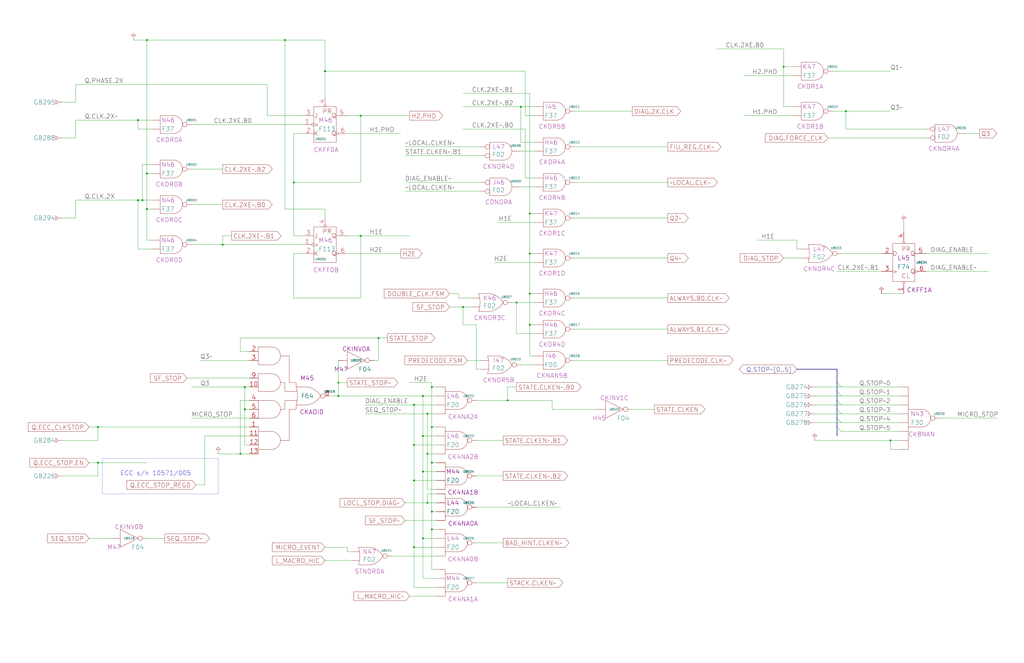
<source format=kicad_sch>
(kicad_sch (version 20250114) (generator "eeschema") (generator_version "9.0")
  (paper "User" 584.2 378.46)
  (title_block (title "CLOCK GENERATION") (date "22-MAY-90") (rev "1.0") (comment 1 "SEQUENCER") (comment 2 "232-003064") (comment 3 "S400") (comment 4 "RELEASED"))
  (lib_symbols
    (symbol "r1000:F00" (pin_numbers (hide yes)) (pin_names (hide yes))
      (property "Reference" "U" (at 15.24 0 0))
      (property "Value" "F00" (at 1.905 -5.08 0))
      (property "Location" "___" (at 1.905 0 0))
      (property "Name" "______" (at 2.54 -12.7 0))
      (symbol "F00_1_1"
        (pin input line (at -7.62 0 0) (length 5.08) (name "D0") (number "1"))
        (pin input line (at -7.62 -5.08 0) (length 5.08) (name "D1") (number "2"))
        (pin output line (at 15.24 -2.54 180) (length 2.54) (name "Q") (number "3"))
      )
      (symbol "F00_1_2"
        (pin input line (at -7.62 0 0) (length 2.54) (name "D0") (number "1"))
        (pin input line (at -7.62 -5.08 0) (length 2.54) (name "D1") (number "2"))
        (pin output line (at 15.24 -2.54 180) (length 5.08) (name "Q") (number "3"))
      )
    )
    (symbol "r1000:F02" (pin_numbers (hide yes)) (pin_names (hide yes))
      (property "Reference" "U" (at 12.16 0.635 0))
      (property "Value" "F02" (at -1.27 -4.445 0))
      (property "Location" "___" (at 2.54 0 0))
      (property "Name" "______" (at 2.54 -12.7 0))
      (symbol "F02_1_1"
        (pin input line (at -7.62 0 0) (length 2.54) (name "D0") (number "1"))
        (pin input line (at -7.62 -5.08 0) (length 2.54) (name "D1") (number "2"))
        (pin output line (at 15.24 -2.54 180) (length 1.27) (name "Q") (number "3"))
      )
      (symbol "F02_1_2"
        (pin input line (at -7.62 0 0) (length 2.54) (name "D0") (number "1"))
        (pin input line (at -7.62 -5.08 0) (length 2.54) (name "D1") (number "2"))
        (pin output line (at 15.24 -2.54 180) (length 2.54) (name "Q") (number "3"))
      )
    )
    (symbol "r1000:F04" (pin_numbers (hide yes)) (pin_names (hide yes))
      (property "Reference" "U" (at 0 0 0))
      (property "Value" "F04" (at 1.27 -5.08 0))
      (property "Location" "___" (at -12.7 -5.08 0))
      (property "Name" "______" (at 0 5.08 0))
      (symbol "F04_1_1"
        (pin input line (at -10.16 0 0) (length 2.54) (name "D0") (number "1"))
        (pin output line (at 10.16 0 180) (length 2.54) (name "Q") (number "2"))
      )
    )
    (symbol "r1000:F113" (pin_names (offset 1.016) (hide yes))
      (property "Reference" "U" (at 0 -10.795 0))
      (property "Value" "F113" (at -1.27 -5.08 0))
      (property "Location" "___" (at -1.27 0 0))
      (property "Name" "______" (at 3.175 -18.415 0))
      (symbol "F113_1_1"
        (text "J" (at -2.54 2.54 0) (effects (font (size 2.54 2.54))))
        (text ">" (at -2.54 -2.54 0) (effects (font (size 2.54 2.54))))
        (text "K" (at -2.54 -7.62 0) (effects (font (size 2.54 2.54))))
        (text "P" (at 2.54 5.08 0) (effects (font (size 2.54 2.54))))
        (text "R" (at 5.08 5.08 0) (effects (font (size 2.54 2.54))))
        (text "Q" (at 7.62 2.54 0) (effects (font (size 2.54 2.54))))
        (text "Q" (at 7.62 -7.62 0) (effects (font (size 2.54 2.54))))
        (pin input line (at -10.16 2.54 0) (length 6.35) (name "J") (number "3"))
        (pin input line (at -10.16 -2.54 0) (length 5.08) (name "CLK_") (number "1"))
        (pin input line (at -10.16 -7.62 0) (length 6.35) (name "K") (number "2"))
        (pin input line (at 2.54 12.7 270) (length 3.81) (name "PR_") (number "4"))
        (pin output line (at 15.24 2.54 180) (length 6.35) (name "Q") (number "5"))
        (pin output line (at 15.24 -7.62 180) (length 5.08) (name "Q_") (number "6"))
      )
    )
    (symbol "r1000:F20" (pin_numbers (hide yes)) (pin_names (hide yes))
      (property "Reference" "U" (at 8.255 2.54 0))
      (property "Value" "F20" (at -0.635 -2.54 0))
      (property "Location" "___" (at -0.635 2.54 0))
      (property "Name" "______" (at 5.08 -10.795 0))
      (symbol "F20_1_1"
        (pin input line (at -10.16 7.62 0) (length 5.08) (name "D0") (number "1"))
        (pin input line (at -10.16 2.54 0) (length 5.08) (name "D1") (number "2"))
        (pin input line (at -10.16 -2.54 0) (length 5.08) (name "D2") (number "4"))
        (pin input line (at -10.16 -7.62 0) (length 5.08) (name "D3") (number "5"))
        (pin output line (at 12.7 0 180) (length 2.54) (name "Q") (number "6"))
      )
      (symbol "F20_1_2"
        (pin input line (at -10.16 7.62 0) (length 1.27) (name "D0") (number "1"))
        (pin input line (at -10.16 2.54 0) (length 1.905) (name "D1") (number "2"))
        (pin input line (at -10.16 -2.54 0) (length 1.905) (name "D2") (number "4"))
        (pin input line (at -10.16 -7.62 0) (length 1.27) (name "D3") (number "5"))
        (pin output line (at 12.7 0 180) (length 5.08) (name "Q") (number "6"))
      )
    )
    (symbol "r1000:F30" (pin_numbers (hide yes)) (pin_names (hide yes))
      (property "Reference" "U" (at 15.24 2.54 0))
      (property "Value" "F30" (at 2.54 -2.54 0))
      (property "Location" "___" (at 2.54 2.54 0))
      (property "Name" "______" (at 5.08 -10.62 0))
      (symbol "F30_1_1"
        (pin input line (at -7.62 17.78 0) (length 5.08) (name "D0") (number "11"))
        (pin input line (at -7.62 12.7 0) (length 5.08) (name "D1") (number "12"))
        (pin input line (at -7.62 7.62 0) (length 5.08) (name "D2") (number "1"))
        (pin input line (at -7.62 2.54 0) (length 5.08) (name "D3") (number "2"))
        (pin input line (at -7.62 -2.54 0) (length 5.08) (name "D4") (number "3"))
        (pin input line (at -7.62 -7.62 0) (length 5.08) (name "D5") (number "4"))
        (pin input line (at -7.62 -12.7 0) (length 5.08) (name "D6") (number "5"))
        (pin input line (at -7.62 -17.78 0) (length 5.08) (name "D7") (number "6"))
        (pin output line (at 15.24 0 180) (length 2.54) (name "Q") (number "8"))
      )
    )
    (symbol "r1000:F37" (pin_numbers (hide yes)) (pin_names (offset 0) (hide yes))
      (property "Reference" "U" (at 15.24 0 0))
      (property "Value" "F37" (at 1.905 -5.08 0))
      (property "Location" "___" (at 1.905 0 0))
      (property "Name" "______" (at 2.54 -12.7 0))
      (symbol "F37_1_1"
        (pin input line (at -7.62 0 0) (length 5.08) (name "D0") (number "1"))
        (pin input line (at -7.62 -5.08 0) (length 5.08) (name "D1") (number "2"))
        (pin output line (at 15.24 -2.54 180) (length 2.54) (name "Q") (number "3"))
      )
      (symbol "F37_1_2"
        (pin input line (at -7.62 0 0) (length 2.54) (name "D0") (number "1"))
        (pin input line (at -7.62 -5.08 0) (length 2.54) (name "D1") (number "2"))
        (pin output line (at 15.24 -2.54 180) (length 5.08) (name "Q") (number "3"))
      )
    )
    (symbol "r1000:F64" (pin_names (hide yes))
      (property "Reference" "U" (at 15.24 2.54 0))
      (property "Value" "F64" (at 2.54 0 0))
      (property "Location" "___" (at 2.54 10.16 0))
      (property "Name" "______" (at 5.08 -10.62 0))
      (symbol "F64_1_1"
        (pin input line (at -30.48 25.4 0) (length 5.08) (name "A0") (number "2"))
        (pin input line (at -30.48 20.32 0) (length 5.08) (name "A1") (number "3"))
        (pin input line (at -30.48 10.16 0) (length 5.08) (name "B0") (number "9"))
        (pin input line (at -30.48 5.08 0) (length 5.08) (name "B1") (number "10"))
        (pin input line (at -30.48 -2.54 0) (length 5.08) (name "C0") (number "4"))
        (pin input line (at -30.48 -7.62 0) (length 5.08) (name "C1") (number "5"))
        (pin input line (at -30.48 -12.7 0) (length 5.08) (name "C2") (number "6"))
        (pin input line (at -30.48 -17.78 0) (length 5.08) (name "D0") (number "1"))
        (pin input line (at -30.48 -22.86 0) (length 5.08) (name "D1") (number "11"))
        (pin input line (at -30.48 -27.94 0) (length 5.08) (name "D2") (number "12"))
        (pin input line (at -30.48 -33.02 0) (length 5.08) (name "D3") (number "13"))
        (pin output line (at 15.24 0 180) (length 2.54) (name "Q") (number "8"))
      )
    )
    (symbol "r1000:F74" (pin_names (offset 1.016) (hide yes))
      (property "Reference" "U" (at 12.7 -2.54 0))
      (property "Value" "F74" (at -1.27 -5.08 0))
      (property "Location" "___" (at -1.27 0 0))
      (property "Name" "______" (at 11.43 -19.685 0))
      (symbol "F74_1_1"
        (text "D" (at -2.54 2.54 0) (effects (font (size 2.54 2.54))))
        (text ">" (at -2.54 -7.62 0) (effects (font (size 2.54 2.54))))
        (text "P" (at 2.54 5.08 0) (effects (font (size 2.54 2.54))))
        (text "C" (at 2.54 -10.16 0) (effects (font (size 2.54 2.54))))
        (text "R" (at 5.08 5.08 0) (effects (font (size 2.54 2.54))))
        (text "L" (at 5.08 -10.16 0) (effects (font (size 2.54 2.54))))
        (text "Q" (at 7.62 2.54 0) (effects (font (size 2.54 2.54))))
        (text "Q" (at 7.62 -7.62 0) (effects (font (size 2.54 2.54))))
        (pin input line (at -10.16 2.54 0) (length 6.35) (name "D") (number "2"))
        (pin input line (at -10.16 -7.62 0) (length 6.35) (name "CLK") (number "3"))
        (pin input line (at 2.54 15.24 270) (length 5.08) (name "PR_") (number "4"))
        (pin input line (at 2.54 -20.32 90) (length 5.08) (name "CL_") (number "1"))
        (pin output line (at 15.24 2.54 180) (length 6.35) (name "Q") (number "5"))
        (pin output line (at 15.24 -7.62 180) (length 5.08) (name "Q_") (number "6"))
      )
    )
    (symbol "r1000:GB" (pin_numbers (hide yes)) (pin_names (offset 0) (hide yes))
      (property "Reference" "GB" (at 3.81 0 0))
      (symbol "GB_1_1"
        (pin bidirectional line (at 0 0 0) (length 2.54) (name "") (number "1"))
      )
    )
    (symbol "r1000:PU" (power) (pin_numbers (hide yes)) (pin_names (hide yes))
      (symbol "PU_1_1"
        (pin power_in line (at 0 0 90) (length 2.54) (name "PU") (number "1"))
      )
    )
  )
  (text "ECC s/n 10571/005" (at 68.58 271.78 0) (effects (font (size 2.54 2.54)) (justify left bottom)))
  (junction (at 297.18 60.96))
  (junction (at 236.22 312.42))
  (junction (at 162.56 22.86))
  (junction (at 302.26 185.42))
  (junction (at 193.04 226.06))
  (junction (at 246.38 243.84))
  (junction (at 215.9 193.04))
  (junction (at 83.82 99.06))
  (junction (at 289.56 228.6))
  (junction (at 302.26 144.78))
  (junction (at 302.26 121.92))
  (junction (at 137.16 259.08))
  (junction (at 236.22 231.14))
  (junction (at 243.84 259.08))
  (junction (at 193.04 218.44))
  (junction (at 447.04 38.1))
  (junction (at 205.74 134.62))
  (junction (at 185.42 40.64))
  (junction (at 236.22 254))
  (junction (at 167.64 104.14))
  (junction (at 264.16 175.26))
  (junction (at 139.7 220.98))
  (junction (at 55.88 264.16))
  (junction (at 83.82 119.38))
  (junction (at 55.88 243.84))
  (junction (at 246.38 264.16))
  (junction (at 246.38 302.26))
  (junction (at 246.38 220.98))
  (junction (at 83.82 22.86))
  (junction (at 241.3 226.06))
  (junction (at 294.64 172.72))
  (junction (at 241.3 307.34))
  (junction (at 241.3 269.24))
  (junction (at 243.84 287.02))
  (junction (at 81.28 114.3))
  (junction (at 246.38 292.1))
  (junction (at 241.3 248.92))
  (junction (at 127 139.7))
  (junction (at 243.84 236.22))
  (junction (at 508 251.46))
  (junction (at 482.6 63.5))
  (junction (at 302.26 167.64))
  (junction (at 78.74 68.58))
  (junction (at 139.7 233.68))
  (junction (at 236.22 274.32))
  (junction (at 205.74 66.04))
  (junction (at 78.74 114.3))
  (bus_entry (at 477.52 228.6) (size 2.54 2.54))
  (bus_entry (at 477.52 223.52) (size 2.54 2.54))
  (bus_entry (at 477.52 218.44) (size 2.54 2.54))
  (bus_entry (at 477.52 238.76) (size 2.54 2.54))
  (bus_entry (at 477.52 243.84) (size 2.54 2.54))
  (bus_entry (at 477.52 233.68) (size 2.54 2.54))
  (wire (pts (xy 114.3 205.74) (xy 142.24 205.74)))
  (wire (pts (xy 528.32 154.94) (xy 563.88 154.94)))
  (wire (pts (xy 162.56 22.86) (xy 185.42 22.86)))
  (wire (pts (xy 83.82 119.38) (xy 83.82 137.16)))
  (wire (pts (xy 193.04 218.44) (xy 198.12 218.44)))
  (bus (pts (xy 477.52 210.82) (xy 477.52 218.44)))
  (wire (pts (xy 55.88 264.16) (xy 83.82 264.16)))
  (wire (pts (xy 271.78 210.82) (xy 274.32 210.82)))
  (wire (pts (xy 360.68 233.68) (xy 373.38 233.68)))
  (wire (pts (xy 213.36 205.74) (xy 215.9 205.74)))
  (wire (pts (xy 424.18 43.18) (xy 452.12 43.18)))
  (wire (pts (xy 109.22 96.52) (xy 127 96.52)))
  (wire (pts (xy 302.26 167.64) (xy 302.26 185.42)))
  (wire (pts (xy 198.12 314.96) (xy 200.66 314.96)))
  (wire (pts (xy 327.66 187.96) (xy 381 187.96)))
  (wire (pts (xy 327.66 170.18) (xy 381 170.18)))
  (wire (pts (xy 256.54 167.64) (xy 261.62 167.64)))
  (wire (pts (xy 327.66 147.32) (xy 381 147.32)))
  (wire (pts (xy 302.26 144.78) (xy 302.26 167.64)))
  (wire (pts (xy 299.72 66.04) (xy 304.8 66.04)))
  (wire (pts (xy 205.74 66.04) (xy 205.74 104.14)))
  (bus (pts (xy 477.52 223.52) (xy 477.52 228.6)))
  (wire (pts (xy 246.38 218.44) (xy 246.38 220.98)))
  (wire (pts (xy 246.38 264.16) (xy 248.92 264.16)))
  (wire (pts (xy 208.28 231.14) (xy 236.22 231.14)))
  (wire (pts (xy 297.18 86.36) (xy 304.8 86.36)))
  (wire (pts (xy 185.42 320.04) (xy 200.66 320.04)))
  (wire (pts (xy 271.78 332.74) (xy 289.56 332.74)))
  (wire (pts (xy 78.74 114.3) (xy 78.74 142.24)))
  (wire (pts (xy 223.52 317.5) (xy 248.92 317.5)))
  (wire (pts (xy 43.18 48.26) (xy 152.4 48.26)))
  (wire (pts (xy 256.54 175.26) (xy 264.16 175.26)))
  (wire (pts (xy 551.18 76.2) (xy 558.8 76.2)))
  (polyline (pts (xy 58.42 261.62) (xy 124.46 261.62)) (stroke (width 0.0243)))
  (wire (pts (xy 457.2 142.24) (xy 454.66 142.24)))
  (wire (pts (xy 261.62 167.64) (xy 261.62 170.18)))
  (wire (pts (xy 302.26 185.42) (xy 302.26 203.2)))
  (wire (pts (xy 137.16 259.08) (xy 142.24 259.08)))
  (wire (pts (xy 474.98 63.5) (xy 482.6 63.5)))
  (polyline (pts (xy 58.42 261.62) (xy 58.42 281.94)) (stroke (width 0.0243)))
  (wire (pts (xy 193.04 226.06) (xy 241.3 226.06)))
  (wire (pts (xy 246.38 302.26) (xy 246.38 325.12)))
  (wire (pts (xy 424.18 66.04) (xy 452.12 66.04)))
  (wire (pts (xy 243.84 259.08) (xy 248.92 259.08)))
  (wire (pts (xy 447.04 38.1) (xy 447.04 27.94)))
  (wire (pts (xy 231.14 88.9) (xy 274.32 88.9)))
  (wire (pts (xy 477.52 154.94) (xy 502.92 154.94)))
  (wire (pts (xy 304.8 81.28) (xy 297.18 81.28)))
  (bus (pts (xy 477.52 233.68) (xy 477.52 238.76)))
  (wire (pts (xy 264.16 60.96) (xy 297.18 60.96)))
  (wire (pts (xy 241.3 226.06) (xy 241.3 248.92)))
  (wire (pts (xy 264.16 73.66) (xy 299.72 73.66)))
  (wire (pts (xy 231.14 104.14) (xy 274.32 104.14)))
  (wire (pts (xy 43.18 124.46) (xy 43.18 114.3)))
  (wire (pts (xy 314.96 228.6) (xy 314.96 233.68)))
  (wire (pts (xy 83.82 99.06) (xy 83.82 119.38)))
  (wire (pts (xy 241.3 307.34) (xy 241.3 330.2)))
  (bus (pts (xy 477.52 238.76) (xy 477.52 243.84)))
  (wire (pts (xy 480.06 241.3) (xy 513.08 241.3)))
  (wire (pts (xy 482.6 73.66) (xy 528.32 73.66)))
  (wire (pts (xy 302.26 53.34) (xy 302.26 121.92)))
  (wire (pts (xy 78.74 142.24) (xy 86.36 142.24)))
  (wire (pts (xy 50.8 264.16) (xy 55.88 264.16)))
  (wire (pts (xy 528.32 144.78) (xy 563.88 144.78)))
  (wire (pts (xy 243.84 281.94) (xy 248.92 281.94)))
  (wire (pts (xy 294.64 190.5) (xy 294.64 172.72)))
  (wire (pts (xy 185.42 40.64) (xy 185.42 55.88)))
  (wire (pts (xy 167.64 144.78) (xy 172.72 144.78)))
  (wire (pts (xy 480.06 226.06) (xy 513.08 226.06)))
  (wire (pts (xy 241.3 330.2) (xy 248.92 330.2)))
  (wire (pts (xy 281.94 149.86) (xy 304.8 149.86)))
  (wire (pts (xy 215.9 193.04) (xy 220.98 193.04)))
  (wire (pts (xy 233.68 218.44) (xy 246.38 218.44)))
  (wire (pts (xy 55.88 271.78) (xy 55.88 264.16)))
  (wire (pts (xy 35.56 271.78) (xy 55.88 271.78)))
  (wire (pts (xy 464.82 251.46) (xy 508 251.46)))
  (wire (pts (xy 246.38 292.1) (xy 246.38 302.26)))
  (wire (pts (xy 116.84 276.86) (xy 116.84 248.92)))
  (wire (pts (xy 241.3 269.24) (xy 241.3 307.34)))
  (wire (pts (xy 271.78 228.6) (xy 289.56 228.6)))
  (wire (pts (xy 109.22 139.7) (xy 127 139.7)))
  (wire (pts (xy 78.74 73.66) (xy 78.74 68.58)))
  (wire (pts (xy 243.84 259.08) (xy 243.84 279.4)))
  (wire (pts (xy 246.38 264.16) (xy 246.38 292.1)))
  (wire (pts (xy 43.18 78.74) (xy 43.18 68.58)))
  (wire (pts (xy 246.38 302.26) (xy 248.92 302.26)))
  (bus (pts (xy 454.66 210.82) (xy 477.52 210.82)))
  (wire (pts (xy 187.96 226.06) (xy 193.04 226.06)))
  (wire (pts (xy 236.22 254) (xy 236.22 274.32)))
  (wire (pts (xy 193.04 205.74) (xy 193.04 218.44)))
  (wire (pts (xy 185.42 22.86) (xy 185.42 40.64)))
  (wire (pts (xy 137.16 200.66) (xy 142.24 200.66)))
  (wire (pts (xy 480.06 231.14) (xy 513.08 231.14)))
  (wire (pts (xy 241.3 248.92) (xy 241.3 269.24)))
  (wire (pts (xy 271.78 185.42) (xy 271.78 210.82)))
  (wire (pts (xy 111.76 276.86) (xy 116.84 276.86)))
  (wire (pts (xy 482.6 63.5) (xy 508 63.5)))
  (wire (pts (xy 482.6 63.5) (xy 482.6 73.66)))
  (wire (pts (xy 193.04 218.44) (xy 193.04 226.06)))
  (wire (pts (xy 43.18 114.3) (xy 78.74 114.3)))
  (wire (pts (xy 302.26 144.78) (xy 304.8 144.78)))
  (wire (pts (xy 185.42 40.64) (xy 299.72 40.64)))
  (wire (pts (xy 474.98 40.64) (xy 508 40.64)))
  (wire (pts (xy 508 251.46) (xy 513.08 251.46)))
  (wire (pts (xy 83.82 119.38) (xy 86.36 119.38)))
  (wire (pts (xy 480.06 246.38) (xy 513.08 246.38)))
  (wire (pts (xy 215.9 205.74) (xy 215.9 193.04)))
  (wire (pts (xy 231.14 297.18) (xy 248.92 297.18)))
  (wire (pts (xy 208.28 236.22) (xy 243.84 236.22)))
  (wire (pts (xy 243.84 236.22) (xy 243.84 259.08)))
  (wire (pts (xy 271.78 289.56) (xy 320.04 289.56)))
  (wire (pts (xy 327.66 63.5) (xy 360.68 63.5)))
  (wire (pts (xy 502.92 167.64) (xy 515.62 167.64)))
  (polyline (pts (xy 124.46 281.94) (xy 58.42 281.94)) (stroke (width 0.0243)))
  (wire (pts (xy 116.84 248.92) (xy 142.24 248.92)))
  (wire (pts (xy 289.56 228.6) (xy 314.96 228.6)))
  (wire (pts (xy 167.64 170.18) (xy 167.64 144.78)))
  (wire (pts (xy 78.74 73.66) (xy 86.36 73.66)))
  (wire (pts (xy 299.72 40.64) (xy 299.72 66.04)))
  (wire (pts (xy 35.56 78.74) (xy 43.18 78.74)))
  (wire (pts (xy 246.38 220.98) (xy 246.38 243.84)))
  (wire (pts (xy 299.72 101.6) (xy 304.8 101.6)))
  (wire (pts (xy 83.82 22.86) (xy 83.82 99.06)))
  (wire (pts (xy 464.82 236.22) (xy 480.06 236.22)))
  (wire (pts (xy 109.22 238.76) (xy 142.24 238.76)))
  (wire (pts (xy 81.28 93.98) (xy 81.28 114.3)))
  (wire (pts (xy 35.56 124.46) (xy 43.18 124.46)))
  (wire (pts (xy 205.74 170.18) (xy 167.64 170.18)))
  (wire (pts (xy 172.72 76.2) (xy 167.64 76.2)))
  (wire (pts (xy 472.44 78.74) (xy 528.32 78.74)))
  (wire (pts (xy 246.38 220.98) (xy 248.92 220.98)))
  (wire (pts (xy 78.74 68.58) (xy 86.36 68.58)))
  (wire (pts (xy 302.26 167.64) (xy 304.8 167.64)))
  (wire (pts (xy 205.74 134.62) (xy 205.74 170.18)))
  (wire (pts (xy 236.22 254) (xy 248.92 254)))
  (wire (pts (xy 302.26 121.92) (xy 302.26 144.78)))
  (wire (pts (xy 246.38 292.1) (xy 248.92 292.1)))
  (wire (pts (xy 241.3 269.24) (xy 248.92 269.24)))
  (wire (pts (xy 464.82 220.98) (xy 480.06 220.98)))
  (wire (pts (xy 264.16 185.42) (xy 271.78 185.42)))
  (wire (pts (xy 81.28 114.3) (xy 86.36 114.3)))
  (wire (pts (xy 515.62 127) (xy 515.62 132.08)))
  (wire (pts (xy 264.16 175.26) (xy 264.16 185.42)))
  (wire (pts (xy 137.16 228.6) (xy 142.24 228.6)))
  (wire (pts (xy 327.66 83.82) (xy 381 83.82)))
  (wire (pts (xy 152.4 66.04) (xy 172.72 66.04)))
  (wire (pts (xy 508 251.46) (xy 508 256.54)))
  (wire (pts (xy 271.78 309.88) (xy 287.02 309.88)))
  (wire (pts (xy 205.74 66.04) (xy 233.68 66.04)))
  (wire (pts (xy 109.22 220.98) (xy 139.7 220.98)))
  (wire (pts (xy 231.14 83.82) (xy 274.32 83.82)))
  (wire (pts (xy 55.88 243.84) (xy 142.24 243.84)))
  (wire (pts (xy 139.7 220.98) (xy 142.24 220.98)))
  (wire (pts (xy 76.2 22.86) (xy 83.82 22.86)))
  (wire (pts (xy 480.06 144.78) (xy 502.92 144.78)))
  (wire (pts (xy 464.82 241.3) (xy 480.06 241.3)))
  (wire (pts (xy 297.18 106.68) (xy 304.8 106.68)))
  (wire (pts (xy 261.62 170.18) (xy 269.24 170.18)))
  (wire (pts (xy 162.56 22.86) (xy 162.56 119.38)))
  (wire (pts (xy 271.78 271.78) (xy 287.02 271.78)))
  (wire (pts (xy 447.04 147.32) (xy 457.2 147.32)))
  (wire (pts (xy 198.12 134.62) (xy 205.74 134.62)))
  (wire (pts (xy 508 256.54) (xy 513.08 256.54)))
  (wire (pts (xy 198.12 144.78) (xy 228.6 144.78)))
  (wire (pts (xy 35.56 58.42) (xy 43.18 58.42)))
  (polyline (pts (xy 124.46 261.62) (xy 124.46 281.94)) (stroke (width 0.0243)))
  (wire (pts (xy 139.7 233.68) (xy 142.24 233.68)))
  (wire (pts (xy 447.04 38.1) (xy 452.12 38.1)))
  (wire (pts (xy 246.38 243.84) (xy 246.38 264.16)))
  (wire (pts (xy 83.82 22.86) (xy 162.56 22.86)))
  (wire (pts (xy 236.22 231.14) (xy 248.92 231.14)))
  (wire (pts (xy 124.46 259.08) (xy 137.16 259.08)))
  (wire (pts (xy 294.64 172.72) (xy 304.8 172.72)))
  (wire (pts (xy 314.96 233.68) (xy 340.36 233.68)))
  (wire (pts (xy 137.16 200.66) (xy 137.16 193.04)))
  (wire (pts (xy 50.8 307.34) (xy 63.5 307.34)))
  (wire (pts (xy 266.7 205.74) (xy 274.32 205.74)))
  (wire (pts (xy 137.16 193.04) (xy 215.9 193.04)))
  (bus (pts (xy 477.52 218.44) (xy 477.52 223.52)))
  (wire (pts (xy 83.82 137.16) (xy 86.36 137.16)))
  (wire (pts (xy 167.64 104.14) (xy 167.64 134.62)))
  (wire (pts (xy 243.84 236.22) (xy 248.92 236.22)))
  (wire (pts (xy 243.84 287.02) (xy 248.92 287.02)))
  (wire (pts (xy 236.22 274.32) (xy 248.92 274.32)))
  (wire (pts (xy 167.64 76.2) (xy 167.64 104.14)))
  (wire (pts (xy 43.18 68.58) (xy 78.74 68.58)))
  (wire (pts (xy 297.18 81.28) (xy 297.18 60.96)))
  (wire (pts (xy 294.64 220.98) (xy 289.56 220.98)))
  (wire (pts (xy 292.1 172.72) (xy 294.64 172.72)))
  (wire (pts (xy 55.88 251.46) (xy 55.88 243.84)))
  (wire (pts (xy 408.94 27.94) (xy 447.04 27.94)))
  (wire (pts (xy 454.66 142.24) (xy 454.66 137.16)))
  (wire (pts (xy 236.22 335.28) (xy 248.92 335.28)))
  (wire (pts (xy 106.68 215.9) (xy 142.24 215.9)))
  (wire (pts (xy 535.94 238.76) (xy 568.96 238.76)))
  (wire (pts (xy 185.42 312.42) (xy 198.12 312.42)))
  (wire (pts (xy 431.8 137.16) (xy 454.66 137.16)))
  (wire (pts (xy 198.12 66.04) (xy 205.74 66.04)))
  (wire (pts (xy 327.66 104.14) (xy 381 104.14)))
  (wire (pts (xy 302.26 203.2) (xy 304.8 203.2)))
  (wire (pts (xy 167.64 104.14) (xy 205.74 104.14)))
  (wire (pts (xy 304.8 190.5) (xy 294.64 190.5)))
  (bus (pts (xy 477.52 228.6) (xy 477.52 233.68)))
  (wire (pts (xy 271.78 251.46) (xy 287.02 251.46)))
  (wire (pts (xy 233.68 340.36) (xy 248.92 340.36)))
  (wire (pts (xy 302.26 185.42) (xy 304.8 185.42)))
  (wire (pts (xy 78.74 114.3) (xy 81.28 114.3)))
  (wire (pts (xy 246.38 325.12) (xy 248.92 325.12)))
  (wire (pts (xy 43.18 58.42) (xy 43.18 48.26)))
  (wire (pts (xy 167.64 134.62) (xy 172.72 134.62)))
  (wire (pts (xy 246.38 243.84) (xy 248.92 243.84)))
  (wire (pts (xy 137.16 259.08) (xy 137.16 228.6)))
  (wire (pts (xy 109.22 71.12) (xy 172.72 71.12)))
  (wire (pts (xy 299.72 73.66) (xy 299.72 101.6)))
  (wire (pts (xy 243.84 281.94) (xy 243.84 287.02)))
  (wire (pts (xy 241.3 226.06) (xy 248.92 226.06)))
  (wire (pts (xy 447.04 60.96) (xy 447.04 38.1)))
  (wire (pts (xy 139.7 233.68) (xy 139.7 254)))
  (wire (pts (xy 152.4 48.26) (xy 152.4 66.04)))
  (wire (pts (xy 50.8 243.84) (xy 55.88 243.84)))
  (wire (pts (xy 241.3 307.34) (xy 248.92 307.34)))
  (wire (pts (xy 127 134.62) (xy 127 139.7)))
  (wire (pts (xy 480.06 220.98) (xy 513.08 220.98)))
  (wire (pts (xy 86.36 93.98) (xy 81.28 93.98)))
  (wire (pts (xy 302.26 121.92) (xy 304.8 121.92)))
  (wire (pts (xy 241.3 248.92) (xy 248.92 248.92)))
  (wire (pts (xy 289.56 220.98) (xy 289.56 228.6)))
  (wire (pts (xy 236.22 231.14) (xy 236.22 254)))
  (wire (pts (xy 243.84 279.4) (xy 248.92 279.4)))
  (wire (pts (xy 127 139.7) (xy 172.72 139.7)))
  (wire (pts (xy 198.12 312.42) (xy 198.12 314.96)))
  (wire (pts (xy 284.48 127) (xy 304.8 127)))
  (bus (pts (xy 477.52 243.84) (xy 477.52 248.92)))
  (wire (pts (xy 452.12 60.96) (xy 447.04 60.96)))
  (wire (pts (xy 297.18 60.96) (xy 304.8 60.96)))
  (wire (pts (xy 185.42 119.38) (xy 185.42 124.46)))
  (wire (pts (xy 198.12 76.2) (xy 228.6 76.2)))
  (wire (pts (xy 205.74 134.62) (xy 233.68 134.62)))
  (wire (pts (xy 236.22 312.42) (xy 236.22 335.28)))
  (wire (pts (xy 264.16 53.34) (xy 302.26 53.34)))
  (wire (pts (xy 480.06 236.22) (xy 513.08 236.22)))
  (wire (pts (xy 35.56 251.46) (xy 55.88 251.46)))
  (wire (pts (xy 83.82 99.06) (xy 86.36 99.06)))
  (wire (pts (xy 327.66 124.46) (xy 381 124.46)))
  (wire (pts (xy 264.16 175.26) (xy 269.24 175.26)))
  (wire (pts (xy 139.7 220.98) (xy 139.7 233.68)))
  (wire (pts (xy 236.22 312.42) (xy 248.92 312.42)))
  (wire (pts (xy 464.82 231.14) (xy 480.06 231.14)))
  (wire (pts (xy 162.56 119.38) (xy 185.42 119.38)))
  (wire (pts (xy 83.82 307.34) (xy 93.98 307.34)))
  (wire (pts (xy 231.14 287.02) (xy 243.84 287.02)))
  (wire (pts (xy 109.22 116.84) (xy 127 116.84)))
  (wire (pts (xy 231.14 109.22) (xy 274.32 109.22)))
  (wire (pts (xy 139.7 254) (xy 142.24 254)))
  (wire (pts (xy 327.66 205.74) (xy 381 205.74)))
  (wire (pts (xy 464.82 226.06) (xy 480.06 226.06)))
  (wire (pts (xy 297.18 208.28) (xy 304.8 208.28)))
  (wire (pts (xy 236.22 274.32) (xy 236.22 312.42)))
  (wire (pts (xy 132.08 134.62) (xy 127 134.62)))
  (label "~LOCAL.CLKEN~" (at 231.14 83.82 0) (effects (font (size 2.54 2.54))))
  (label "MICRO_STOP" (at 546.1 238.76 0) (effects (font (size 2.54 2.54))))
  (label "SEQ_STOP~" (at 208.28 236.22 0) (effects (font (size 2.54 2.54))))
  (label "Q1~" (at 508 40.64 0) (effects (font (size 2.54 2.54))))
  (label "DIAG_ENABLE" (at 208.28 231.14 0) (effects (font (size 2.54 2.54))))
  (label "Q.STOP~5" (at 490.22 246.38 0) (effects (font (size 2.54 2.54))))
  (label "Q3~" (at 114.3 205.74 0) (effects (font (size 2.54 2.54))))
  (label "H2E" (at 236.22 218.44 0) (effects (font (size 2.54 2.54))))
  (label "CLK.2XE~.B1" (at 269.24 53.34 0) (effects (font (size 2.54 2.54))))
  (label "H2E" (at 281.94 149.86 0) (effects (font (size 2.54 2.54))))
  (label "CLK.2XE~.B1" (at 477.7715 154.94 0) (effects (font (size 2.54 2.54))))
  (label "STATE.CLKEN~.B1" (at 231.14 88.9 0) (effects (font (size 2.54 2.54))))
  (label "CLK.2XE~.B0" (at 269.24 73.66 0) (effects (font (size 2.54 2.54))))
  (label "Q3~" (at 508 63.5 0) (effects (font (size 2.54 2.54))))
  (label "~LOCAL.CLKEN~" (at 231.14 109.22 0) (effects (font (size 2.54 2.54))))
  (label "Q.CLK.2X" (at 48.26 114.3 0) (effects (font (size 2.54 2.54))))
  (label "Q.STOP~0" (at 490.22 220.98 0) (effects (font (size 2.54 2.54))))
  (label "CLK.2XE.B0" (at 121.92 71.12 0) (effects (font (size 2.54 2.54))))
  (label "Q.STOP~4" (at 490.22 241.3 0) (effects (font (size 2.54 2.54))))
  (label "DIAG_ENABLE~" (at 231.14 104.14 0) (effects (font (size 2.54 2.54))))
  (label "Q.CLK.2X~" (at 48.26 68.58 0) (effects (font (size 2.54 2.54))))
  (label "H1.PHD" (at 210.82 76.2 0) (effects (font (size 2.54 2.54))))
  (label "CLK.2XE~.B2" (at 269.24 60.96 0) (effects (font (size 2.54 2.54))))
  (label "~LOCAL.CLKEN~" (at 289.56 289.56 0) (effects (font (size 2.54 2.54))))
  (label "H1E" (at 210.82 134.62 0) (effects (font (size 2.54 2.54))))
  (label "H2.PHD" (at 429.26 43.18 0) (effects (font (size 2.54 2.54))))
  (label "H1E" (at 434.34 137.16 0) (effects (font (size 2.54 2.54))))
  (label "Q.STOP~2" (at 490.22 231.14 0) (effects (font (size 2.54 2.54))))
  (label "MICRO_STOP" (at 109.22 238.76 0) (effects (font (size 2.54 2.54))))
  (label "H1E" (at 284.48 127 0) (effects (font (size 2.54 2.54))))
  (label "H2E" (at 210.82 144.78 0) (effects (font (size 2.54 2.54))))
  (label "CLK.2XE.B0" (at 414.02 27.94 0) (effects (font (size 2.54 2.54))))
  (label "Q.STOP~3" (at 490.22 236.22 0) (effects (font (size 2.54 2.54))))
  (label "H1.PHD" (at 429.26 66.04 0) (effects (font (size 2.54 2.54))))
  (label "DIAG_ENABLE" (at 530.86 144.78 0) (effects (font (size 2.54 2.54))))
  (label "DIAG_ENABLE~" (at 530.86 154.94 0) (effects (font (size 2.54 2.54))))
  (label "Q.STOP~1" (at 490.22 226.06 0) (effects (font (size 2.54 2.54))))
  (label "Q3" (at 114.3 220.98 0) (effects (font (size 2.54 2.54))))
  (label "Q.PHASE.2X" (at 48.26 48.26 0) (effects (font (size 2.54 2.54))))
  (global_label "SEQ_STOP" (shape input) (at 50.8 307.34 180) (effects (font (size 2.54 2.54))) (property "Intersheetrefs" "${INTERSHEET_REFS}" (at 27.1054 307.1813 0) (effects (font (size 1.905 1.905)) (justify right))))
  (global_label "SEQ_STOP~" (shape output) (at 93.98 307.34 0) (effects (font (size 2.54 2.54))) (property "Intersheetrefs" "${INTERSHEET_REFS}" (at 119.4889 307.1813 0) (effects (font (size 1.905 1.905)) (justify left))))
  (global_label "Q.STOP~[0..5]" (shape bidirectional) (at 454.66 210.82 180) (effects (font (size 2.54 2.54))) (property "Intersheetrefs" "${INTERSHEET_REFS}" (at 423.9502 210.6613 0) (effects (font (size 1.905 1.905)) (justify right))))
  (global_label "PREDECODE.FSM" (shape input) (at 266.7 205.74 180) (effects (font (size 2.54 2.54))) (property "Intersheetrefs" "${INTERSHEET_REFS}" (at 230.9102 205.5813 0) (effects (font (size 1.905 1.905)) (justify right))))
  (global_label "STATE.CLKEN~.B1" (shape output) (at 287.02 251.46 0) (effects (font (size 2.54 2.54))) (property "Intersheetrefs" "${INTERSHEET_REFS}" (at 323.8984 251.3013 0) (effects (font (size 1.905 1.905)) (justify left))))
  (global_label "H2.PHD" (shape output) (at 233.68 66.04 0) (effects (font (size 2.54 2.54))) (property "Intersheetrefs" "${INTERSHEET_REFS}" (at 252.5365 65.8813 0) (effects (font (size 1.905 1.905)) (justify left))))
  (global_label "DIAG.2X.CLK" (shape output) (at 360.68 63.5 0) (effects (font (size 2.54 2.54))) (property "Intersheetrefs" "${INTERSHEET_REFS}" (at 388.366 63.3413 0) (effects (font (size 1.905 1.905)) (justify left))))
  (global_label "L_MACRO_HIC" (shape input) (at 185.42 320.04 180) (effects (font (size 2.54 2.54))) (property "Intersheetrefs" "${INTERSHEET_REFS}" (at 155.4359 319.8813 0) (effects (font (size 1.905 1.905)) (justify right))))
  (global_label "DIAG.FORCE_CLK" (shape input) (at 472.44 78.74 180) (effects (font (size 2.54 2.54))) (property "Intersheetrefs" "${INTERSHEET_REFS}" (at 436.6502 78.5813 0) (effects (font (size 1.905 1.905)) (justify right))))
  (global_label "SF_STOP" (shape input) (at 106.68 215.9 180) (effects (font (size 2.54 2.54))) (property "Intersheetrefs" "${INTERSHEET_REFS}" (at 85.7673 215.7413 0) (effects (font (size 1.905 1.905)) (justify right))))
  (global_label "Q.ECC_STOP.EN" (shape input) (at 50.8 264.16 180) (effects (font (size 2.54 2.54))) (property "Intersheetrefs" "${INTERSHEET_REFS}" (at 17.0664 264.0013 0) (effects (font (size 1.905 1.905)) (justify right))))
  (global_label "Q.ECC_CLKSTOP" (shape input) (at 50.8 243.84 180) (effects (font (size 2.54 2.54))) (property "Intersheetrefs" "${INTERSHEET_REFS}" (at 15.7178 243.6813 0) (effects (font (size 1.905 1.905)) (justify right))))
  (global_label "CLK.2XE~.B2" (shape output) (at 127 96.52 0) (effects (font (size 2.54 2.54))) (property "Intersheetrefs" "${INTERSHEET_REFS}" (at 155.2908 96.3613 0) (effects (font (size 1.905 1.905)) (justify left))))
  (global_label "ALWAYS.B0.CLK~" (shape output) (at 381 170.18 0) (effects (font (size 2.54 2.54))) (property "Intersheetrefs" "${INTERSHEET_REFS}" (at 416.0641 170.0213 0) (effects (font (size 1.905 1.905)) (justify left))))
  (global_label "STATE.CLKEN~.B0" (shape output) (at 294.64 220.98 0) (effects (font (size 2.54 2.54))) (property "Intersheetrefs" "${INTERSHEET_REFS}" (at 331.5184 220.8213 0) (effects (font (size 1.905 1.905)) (justify left))))
  (global_label "Q4~" (shape output) (at 381 147.32 0) (effects (font (size 2.54 2.54))) (property "Intersheetrefs" "${INTERSHEET_REFS}" (at 392.7203 147.1613 0) (effects (font (size 1.905 1.905)) (justify left))))
  (global_label "BAD_HINT.CLKEN~" (shape output) (at 287.02 309.88 0) (effects (font (size 2.54 2.54))) (property "Intersheetrefs" "${INTERSHEET_REFS}" (at 324.6241 309.7213 0) (effects (font (size 1.905 1.905)) (justify left))))
  (global_label "MICRO_EVENT" (shape input) (at 185.42 312.42 180) (effects (font (size 2.54 2.54))) (property "Intersheetrefs" "${INTERSHEET_REFS}" (at 155.4359 312.2613 0) (effects (font (size 1.905 1.905)) (justify right))))
  (global_label "FIU_REG.CLK~" (shape output) (at 381 83.82 0) (effects (font (size 2.54 2.54))) (property "Intersheetrefs" "${INTERSHEET_REFS}" (at 411.347 83.6613 0) (effects (font (size 1.905 1.905)) (justify left))))
  (global_label "DIAG_STOP" (shape input) (at 447.04 147.32 180) (effects (font (size 2.54 2.54))) (property "Intersheetrefs" "${INTERSHEET_REFS}" (at 422.2569 147.1613 0) (effects (font (size 1.905 1.905)) (justify right))))
  (global_label "Q.ECC_STOP_REGD" (shape input) (at 111.76 276.86 180) (effects (font (size 2.54 2.54))) (property "Intersheetrefs" "${INTERSHEET_REFS}" (at 71.9606 276.7013 0) (effects (font (size 1.905 1.905)) (justify right))))
  (global_label "SF_STOP" (shape input) (at 256.54 175.26 180) (effects (font (size 2.54 2.54))) (property "Intersheetrefs" "${INTERSHEET_REFS}" (at 235.6273 175.1013 0) (effects (font (size 1.905 1.905)) (justify right))))
  (global_label "CLK.2XE~.B0" (shape output) (at 127 116.84 0) (effects (font (size 2.54 2.54))) (property "Intersheetrefs" "${INTERSHEET_REFS}" (at 155.2908 116.6813 0) (effects (font (size 1.905 1.905)) (justify left))))
  (global_label "DOUBLE_CLK.FSM" (shape input) (at 256.54 167.64 180) (effects (font (size 2.54 2.54))) (property "Intersheetrefs" "${INTERSHEET_REFS}" (at 219.1778 167.4813 0) (effects (font (size 1.905 1.905)) (justify right))))
  (global_label "LOCL_STOP.DIAG~" (shape input) (at 231.14 287.02 180) (effects (font (size 2.54 2.54))) (property "Intersheetrefs" "${INTERSHEET_REFS}" (at 194.0197 286.8613 0) (effects (font (size 1.905 1.905)) (justify right))))
  (global_label "STATE_STOP" (shape output) (at 220.98 193.04 0) (effects (font (size 2.54 2.54))) (property "Intersheetrefs" "${INTERSHEET_REFS}" (at 248.0612 192.8813 0) (effects (font (size 1.905 1.905)) (justify left))))
  (global_label "ALWAYS.B1.CLK~" (shape output) (at 381 187.96 0) (effects (font (size 2.54 2.54))) (property "Intersheetrefs" "${INTERSHEET_REFS}" (at 416.0641 187.8013 0) (effects (font (size 1.905 1.905)) (justify left))))
  (global_label "Q3" (shape output) (at 558.8 76.2 0) (effects (font (size 2.54 2.54))) (property "Intersheetrefs" "${INTERSHEET_REFS}" (at 568.706 76.0413 0) (effects (font (size 1.905 1.905)) (justify left))))
  (global_label "PREDECODE.CLK~" (shape output) (at 381 205.74 0) (effects (font (size 2.54 2.54))) (property "Intersheetrefs" "${INTERSHEET_REFS}" (at 418.2412 205.5813 0) (effects (font (size 1.905 1.905)) (justify left))))
  (global_label "STATE.CLKEN~.B2" (shape output) (at 287.02 271.78 0) (effects (font (size 2.54 2.54))) (property "Intersheetrefs" "${INTERSHEET_REFS}" (at 323.8984 271.6213 0) (effects (font (size 1.905 1.905)) (justify left))))
  (global_label "STATE_STOP~" (shape output) (at 198.12 218.44 0) (effects (font (size 2.54 2.54))) (property "Intersheetrefs" "${INTERSHEET_REFS}" (at 227.0155 218.2813 0) (effects (font (size 1.905 1.905)) (justify left))))
  (global_label "CLK.2XE~.B1" (shape output) (at 132.08 134.62 0) (effects (font (size 2.54 2.54))) (property "Intersheetrefs" "${INTERSHEET_REFS}" (at 160.3708 134.4613 0) (effects (font (size 1.905 1.905)) (justify left))))
  (global_label "STACK.CLKEN~" (shape output) (at 289.56 332.74 0) (effects (font (size 2.54 2.54))) (property "Intersheetrefs" "${INTERSHEET_REFS}" (at 321.1165 332.5813 0) (effects (font (size 1.905 1.905)) (justify left))))
  (global_label "Q2~" (shape output) (at 381 124.46 0) (effects (font (size 2.54 2.54))) (property "Intersheetrefs" "${INTERSHEET_REFS}" (at 392.7203 124.3013 0) (effects (font (size 1.905 1.905)) (justify left))))
  (global_label "L_MACRO_HIC~" (shape input) (at 233.68 340.36 180) (effects (font (size 2.54 2.54))) (property "Intersheetrefs" "${INTERSHEET_REFS}" (at 201.8816 340.2013 0) (effects (font (size 1.905 1.905)) (justify right))))
  (global_label "SF_STOP~" (shape input) (at 231.14 297.18 180) (effects (font (size 2.54 2.54))) (property "Intersheetrefs" "${INTERSHEET_REFS}" (at 208.413 297.0213 0) (effects (font (size 1.905 1.905)) (justify right))))
  (global_label "~LOCAL.CLK~" (shape output) (at 381 104.14 0) (effects (font (size 2.54 2.54))) (property "Intersheetrefs" "${INTERSHEET_REFS}" (at 409.2908 103.9813 0) (effects (font (size 1.905 1.905)) (justify left))))
  (global_label "H2E" (shape output) (at 228.6 144.78 0) (effects (font (size 2.54 2.54))) (property "Intersheetrefs" "${INTERSHEET_REFS}" (at 240.8041 144.6213 0) (effects (font (size 1.905 1.905)) (justify left))))
  (global_label "STATE.CLKEN" (shape output) (at 373.38 233.68 0) (effects (font (size 2.54 2.54))) (property "Intersheetrefs" "${INTERSHEET_REFS}" (at 402.2755 233.5213 0) (effects (font (size 1.905 1.905)) (justify left))))
  (symbol (lib_id "r1000:PU") (at 464.82 251.46 0) (unit 1)
    (property "Reference" "#PWR08003" (effects (hide yes)))
    (property "Value" "PU" (effects (hide yes)))
  )
  (symbol (lib_id "r1000:F02") (at 281.94 104.14 0) (unit 1) (convert 2)
    (property "Reference" "U8009" (at 294.1 103.505 0))
    (property "Value" "F02" (at 280.67 108.585 0) (effects (font (size 2.54 2.54)) (justify left)))
    (property "Location" "J46" (at 284.48 104.14 0) (effects (font (size 2.54 2.54))))
    (property "Name" "CDNORA" (at 284.48 116.84 0) (effects (font (size 2.54 2.54)) (justify bottom)))
  )
  (symbol (lib_id "r1000:F64") (at 172.72 226.06 0) (unit 1)
    (property "Reference" "U8019" (at 187.96 223.52 0))
    (property "Value" "F64" (at 175.26 226.06 0) (effects (font (size 2.54 2.54))))
    (property "Location" "M45" (at 175.26 215.9 0) (effects (font (size 2.54 2.54))))
    (property "Name" "CKAOI0" (at 177.8 236.68 0) (effects (font (size 2.54 2.54)) (justify bottom)))
  )
  (symbol (lib_id "r1000:F04") (at 203.2 205.74 0) (unit 1)
    (property "Reference" "U8020" (at 203.2 205.74 0))
    (property "Value" "F04" (at 204.47 210.82 0) (effects (font (size 2.54 2.54)) (justify left)))
    (property "Location" "M47" (at 190.5 210.82 0) (effects (font (size 2.54 2.54)) (justify left)))
    (property "Name" "CKINV0A" (at 203.2 200.66 0) (effects (font (size 2.54 2.54)) (justify bottom)))
  )
  (symbol (lib_id "r1000:GB") (at 35.56 78.74 0) (mirror y) (unit 1)
    (property "Reference" "GB288" (at 31.75 78.74 0) (effects (font (size 2.54 2.54)) (justify left)))
    (property "Value" "GB" (effects (hide yes)))
  )
  (symbol (lib_id "r1000:F20") (at 259.08 309.88 0) (unit 1)
    (property "Reference" "U8026" (at 267.335 307.34 0))
    (property "Value" "F20" (at 258.445 312.42 0) (effects (font (size 2.54 2.54))))
    (property "Location" "L44" (at 258.445 307.34 0) (effects (font (size 2.54 2.54))))
    (property "Name" "CK4NA0B" (at 264.16 320.675 0) (effects (font (size 2.54 2.54)) (justify bottom)))
  )
  (symbol (lib_id "r1000:F37") (at 459.74 38.1 0) (unit 1)
    (property "Reference" "U8031" (at 474.98 38.1 0))
    (property "Value" "F37" (at 461.645 43.18 0) (effects (font (size 2.54 2.54))))
    (property "Location" "K47" (at 461.645 38.1 0) (effects (font (size 2.54 2.54))))
    (property "Name" "CKDR1A" (at 462.28 50.8 0) (effects (font (size 2.54 2.54)) (justify bottom)))
  )
  (symbol (lib_id "r1000:F02") (at 208.28 314.96 0) (unit 1)
    (property "Reference" "U8021" (at 220.44 314.325 0))
    (property "Value" "F02" (at 207.01 319.405 0) (effects (font (size 2.54 2.54)) (justify left)))
    (property "Location" "N47" (at 210.82 314.96 0) (effects (font (size 2.54 2.54))))
    (property "Name" "STNOR0A" (at 210.82 327.66 0) (effects (font (size 2.54 2.54)) (justify bottom)))
  )
  (symbol (lib_id "r1000:PU") (at 76.2 22.86 0) (unit 1)
    (property "Reference" "#PWR08001" (effects (hide yes)))
    (property "Value" "PU" (effects (hide yes)))
  )
  (symbol (lib_id "r1000:F37") (at 312.42 185.42 0) (unit 1)
    (property "Reference" "U8017" (at 327.66 185.42 0))
    (property "Value" "F37" (at 314.325 190.5 0) (effects (font (size 2.54 2.54))))
    (property "Location" "H46" (at 314.325 185.42 0) (effects (font (size 2.54 2.54))))
    (property "Name" "CKDR4D" (at 314.96 198.12 0) (effects (font (size 2.54 2.54)) (justify bottom)))
  )
  (symbol (lib_id "r1000:F20") (at 259.08 228.6 0) (unit 1)
    (property "Reference" "U8022" (at 267.335 226.06 0))
    (property "Value" "F20" (at 258.445 231.14 0) (effects (font (size 2.54 2.54))))
    (property "Location" "L46" (at 258.445 226.06 0) (effects (font (size 2.54 2.54))))
    (property "Name" "CK4NA2A" (at 264.16 239.395 0) (effects (font (size 2.54 2.54)) (justify bottom)))
  )
  (symbol (lib_id "r1000:GB") (at 35.56 58.42 0) (mirror y) (unit 1)
    (property "Reference" "GB295" (at 31.75 58.42 0) (effects (font (size 2.54 2.54)) (justify left)))
    (property "Value" "GB" (effects (hide yes)))
  )
  (symbol (lib_id "r1000:GB") (at 35.56 124.46 0) (mirror y) (unit 1)
    (property "Reference" "GB294" (at 31.75 124.46 0) (effects (font (size 2.54 2.54)) (justify left)))
    (property "Value" "GB" (effects (hide yes)))
  )
  (symbol (lib_id "r1000:GB") (at 35.56 251.46 0) (mirror y) (unit 1)
    (property "Reference" "GB284" (at 31.75 251.46 0) (effects (font (size 2.54 2.54)) (justify left)))
    (property "Value" "GB" (effects (hide yes)))
  )
  (symbol (lib_id "r1000:F74") (at 513.08 147.32 0) (unit 1)
    (property "Reference" "U8034" (at 525.78 149.86 0))
    (property "Value" "F74" (at 511.81 152.4 0) (effects (font (size 2.54 2.54)) (justify left)))
    (property "Location" "L45" (at 511.81 147.32 0) (effects (font (size 2.54 2.54)) (justify left)))
    (property "Name" "CKFF1A" (at 524.51 167.005 0) (effects (font (size 2.54 2.54)) (justify bottom)))
  )
  (symbol (lib_id "r1000:F113") (at 182.88 68.58 0) (unit 1)
    (property "Reference" "U8005" (at 182.88 79.375 0))
    (property "Value" "F113" (at 181.61 73.66 0) (effects (font (size 2.54 2.54)) (justify left)))
    (property "Location" "M46" (at 181.61 68.58 0) (effects (font (size 2.54 2.54)) (justify left)))
    (property "Name" "CKFF0A" (at 186.055 86.995 0) (effects (font (size 2.54 2.54)) (justify bottom)))
  )
  (symbol (lib_id "r1000:F37") (at 312.42 60.96 0) (unit 1)
    (property "Reference" "U8011" (at 327.66 60.96 0))
    (property "Value" "F37" (at 314.325 66.04 0) (effects (font (size 2.54 2.54))))
    (property "Location" "I45" (at 314.325 60.96 0) (effects (font (size 2.54 2.54))))
    (property "Name" "CKDR5B" (at 314.96 73.66 0) (effects (font (size 2.54 2.54)) (justify bottom)))
  )
  (symbol (lib_id "r1000:GB") (at 464.82 236.22 0) (mirror y) (unit 1)
    (property "Reference" "GB277" (at 461.01 236.22 0) (effects (font (size 2.54 2.54)) (justify left)))
    (property "Value" "GB" (effects (hide yes)))
  )
  (symbol (lib_id "r1000:GB") (at 464.82 220.98 0) (mirror y) (unit 1)
    (property "Reference" "GB274" (at 461.01 220.98 0) (effects (font (size 2.54 2.54)) (justify left)))
    (property "Value" "GB" (effects (hide yes)))
  )
  (symbol (lib_id "r1000:F02") (at 281.94 205.74 0) (unit 1)
    (property "Reference" "U8010" (at 294.1 205.105 0))
    (property "Value" "F02" (at 280.67 210.185 0) (effects (font (size 2.54 2.54)) (justify left)))
    (property "Location" "I47" (at 284.48 205.74 0) (effects (font (size 2.54 2.54))))
    (property "Name" "CKNOR5B" (at 284.48 218.44 0) (effects (font (size 2.54 2.54)) (justify bottom)))
  )
  (symbol (lib_id "r1000:F37") (at 312.42 101.6 0) (unit 1)
    (property "Reference" "U8013" (at 327.66 101.6 0))
    (property "Value" "F37" (at 314.325 106.68 0) (effects (font (size 2.54 2.54))))
    (property "Location" "H46" (at 314.325 101.6 0) (effects (font (size 2.54 2.54))))
    (property "Name" "CKDR4B" (at 314.96 114.3 0) (effects (font (size 2.54 2.54)) (justify bottom)))
  )
  (symbol (lib_id "r1000:F20") (at 259.08 289.56 0) (unit 1)
    (property "Reference" "U8025" (at 267.335 287.02 0))
    (property "Value" "F20" (at 258.445 292.1 0) (effects (font (size 2.54 2.54))))
    (property "Location" "L44" (at 258.445 287.02 0) (effects (font (size 2.54 2.54))))
    (property "Name" "CK4NA0A" (at 264.16 300.355 0) (effects (font (size 2.54 2.54)) (justify bottom)))
  )
  (symbol (lib_id "r1000:GB") (at 464.82 241.3 0) (mirror y) (unit 1)
    (property "Reference" "GB278" (at 461.01 241.3 0) (effects (font (size 2.54 2.54)) (justify left)))
    (property "Value" "GB" (effects (hide yes)))
  )
  (symbol (lib_id "r1000:GB") (at 464.82 231.14 0) (mirror y) (unit 1)
    (property "Reference" "GB276" (at 461.01 231.14 0) (effects (font (size 2.54 2.54)) (justify left)))
    (property "Value" "GB" (effects (hide yes)))
  )
  (symbol (lib_id "r1000:F02") (at 464.82 142.24 0) (unit 1)
    (property "Reference" "U8033" (at 476.98 141.605 0))
    (property "Value" "F02" (at 463.55 146.685 0) (effects (font (size 2.54 2.54)) (justify left)))
    (property "Location" "L47" (at 467.36 142.24 0) (effects (font (size 2.54 2.54))))
    (property "Name" "CKNOR4C" (at 467.36 154.94 0) (effects (font (size 2.54 2.54)) (justify bottom)))
  )
  (symbol (lib_id "r1000:F20") (at 259.08 271.78 0) (unit 1)
    (property "Reference" "U8024" (at 267.335 269.24 0))
    (property "Value" "F20" (at 258.445 274.32 0) (effects (font (size 2.54 2.54))))
    (property "Location" "M44" (at 258.445 269.24 0) (effects (font (size 2.54 2.54))))
    (property "Name" "CK4NA1B" (at 264.16 282.575 0) (effects (font (size 2.54 2.54)) (justify bottom)))
  )
  (symbol (lib_id "r1000:F20") (at 259.08 251.46 0) (unit 1)
    (property "Reference" "U8023" (at 267.335 248.92 0))
    (property "Value" "F20" (at 258.445 254 0) (effects (font (size 2.54 2.54))))
    (property "Location" "L46" (at 258.445 248.92 0) (effects (font (size 2.54 2.54))))
    (property "Name" "CK4NA2B" (at 264.16 262.255 0) (effects (font (size 2.54 2.54)) (justify bottom)))
  )
  (symbol (lib_id "r1000:F37") (at 93.98 68.58 0) (unit 1)
    (property "Reference" "U8001" (at 109.22 68.58 0))
    (property "Value" "F37" (at 95.885 73.66 0) (effects (font (size 2.54 2.54))))
    (property "Location" "N46" (at 95.885 68.58 0) (effects (font (size 2.54 2.54))))
    (property "Name" "CKDR0A" (at 96.52 81.28 0) (effects (font (size 2.54 2.54)) (justify bottom)))
  )
  (symbol (lib_id "r1000:F37") (at 93.98 137.16 0) (unit 1)
    (property "Reference" "U8004" (at 109.22 137.16 0))
    (property "Value" "F37" (at 95.885 142.24 0) (effects (font (size 2.54 2.54))))
    (property "Location" "N46" (at 95.885 137.16 0) (effects (font (size 2.54 2.54))))
    (property "Name" "CKDR0D" (at 96.52 149.86 0) (effects (font (size 2.54 2.54)) (justify bottom)))
  )
  (symbol (lib_id "r1000:F30") (at 520.7 238.76 0) (unit 1)
    (property "Reference" "U8030" (at 535.94 236.22 0))
    (property "Value" "F30" (at 523.24 241.3 0) (effects (font (size 2.54 2.54))))
    (property "Location" "N43" (at 523.24 236.22 0) (effects (font (size 2.54 2.54))))
    (property "Name" "CK8NAN" (at 525.78 249.38 0) (effects (font (size 2.54 2.54)) (justify bottom)))
  )
  (symbol (lib_id "r1000:GB") (at 464.82 226.06 0) (mirror y) (unit 1)
    (property "Reference" "GB275" (at 461.01 226.06 0) (effects (font (size 2.54 2.54)) (justify left)))
    (property "Value" "GB" (effects (hide yes)))
  )
  (symbol (lib_id "r1000:F37") (at 93.98 93.98 0) (unit 1)
    (property "Reference" "U8002" (at 109.22 93.98 0))
    (property "Value" "F37" (at 95.885 99.06 0) (effects (font (size 2.54 2.54))))
    (property "Location" "N46" (at 95.885 93.98 0) (effects (font (size 2.54 2.54))))
    (property "Name" "CKDR0B" (at 96.52 106.68 0) (effects (font (size 2.54 2.54)) (justify bottom)))
  )
  (symbol (lib_id "r1000:F02") (at 535.94 73.66 0) (unit 1) (convert 2)
    (property "Reference" "U8035" (at 548.1 73.025 0))
    (property "Value" "F02" (at 534.67 78.105 0) (effects (font (size 2.54 2.54)) (justify left)))
    (property "Location" "L47" (at 538.48 73.66 0) (effects (font (size 2.54 2.54))))
    (property "Name" "CKNOR4A" (at 538.48 86.36 0) (effects (font (size 2.54 2.54)) (justify bottom)))
  )
  (symbol (lib_id "r1000:GB") (at 35.56 271.78 0) (mirror y) (unit 1)
    (property "Reference" "GB226" (at 31.75 271.78 0) (effects (font (size 2.54 2.54)) (justify left)))
    (property "Value" "GB" (effects (hide yes)))
  )
  (symbol (lib_id "r1000:PU") (at 515.62 127 0) (unit 1)
    (property "Reference" "#PWR08005" (effects (hide yes)))
    (property "Value" "PU" (effects (hide yes)))
  )
  (symbol (lib_id "r1000:F113") (at 182.88 137.16 0) (unit 1)
    (property "Reference" "U8006" (at 182.88 147.955 0))
    (property "Value" "F113" (at 181.61 142.24 0) (effects (font (size 2.54 2.54)) (justify left)))
    (property "Location" "M46" (at 181.61 137.16 0) (effects (font (size 2.54 2.54)) (justify left)))
    (property "Name" "CKFF0B" (at 186.055 155.575 0) (effects (font (size 2.54 2.54)) (justify bottom)))
  )
  (symbol (lib_id "r1000:F37") (at 312.42 121.92 0) (unit 1)
    (property "Reference" "U8014" (at 327.66 121.92 0))
    (property "Value" "F37" (at 314.325 127 0) (effects (font (size 2.54 2.54))))
    (property "Location" "K47" (at 314.325 121.92 0) (effects (font (size 2.54 2.54))))
    (property "Name" "CKDR1C" (at 314.96 134.62 0) (effects (font (size 2.54 2.54)) (justify bottom)))
  )
  (symbol (lib_id "r1000:F37") (at 312.42 81.28 0) (unit 1)
    (property "Reference" "U8012" (at 327.66 81.28 0))
    (property "Value" "F37" (at 314.325 86.36 0) (effects (font (size 2.54 2.54))))
    (property "Location" "H46" (at 314.325 81.28 0) (effects (font (size 2.54 2.54))))
    (property "Name" "CKDR4A" (at 314.96 93.98 0) (effects (font (size 2.54 2.54)) (justify bottom)))
  )
  (symbol (lib_id "r1000:F02") (at 276.86 170.18 0) (unit 1)
    (property "Reference" "U8007" (at 289.02 169.545 0))
    (property "Value" "F02" (at 275.59 174.625 0) (effects (font (size 2.54 2.54)) (justify left)))
    (property "Location" "K46" (at 279.4 170.18 0) (effects (font (size 2.54 2.54))))
    (property "Name" "CKNOR3C" (at 279.4 182.88 0) (effects (font (size 2.54 2.54)) (justify bottom)))
  )
  (symbol (lib_id "r1000:F02") (at 281.94 83.82 0) (unit 1) (convert 2)
    (property "Reference" "U8008" (at 294.1 83.185 0))
    (property "Value" "F02" (at 280.67 88.265 0) (effects (font (size 2.54 2.54)) (justify left)))
    (property "Location" "L47" (at 284.48 83.82 0) (effects (font (size 2.54 2.54))))
    (property "Name" "CKNOR4D" (at 284.48 96.52 0) (effects (font (size 2.54 2.54)) (justify bottom)))
  )
  (symbol (lib_id "r1000:F37") (at 312.42 144.78 0) (unit 1)
    (property "Reference" "U8015" (at 327.66 144.78 0))
    (property "Value" "F37" (at 314.325 149.86 0) (effects (font (size 2.54 2.54))))
    (property "Location" "K47" (at 314.325 144.78 0) (effects (font (size 2.54 2.54))))
    (property "Name" "CKDR1D" (at 314.96 157.48 0) (effects (font (size 2.54 2.54)) (justify bottom)))
  )
  (symbol (lib_id "r1000:F37") (at 93.98 114.3 0) (unit 1)
    (property "Reference" "U8003" (at 109.22 114.3 0))
    (property "Value" "F37" (at 95.885 119.38 0) (effects (font (size 2.54 2.54))))
    (property "Location" "N46" (at 95.885 114.3 0) (effects (font (size 2.54 2.54))))
    (property "Name" "CKDR0C" (at 96.52 127 0) (effects (font (size 2.54 2.54)) (justify bottom)))
  )
  (symbol (lib_id "r1000:F00") (at 312.42 203.2 0) (unit 1)
    (property "Reference" "U8028" (at 327.66 203.2 0))
    (property "Value" "F00" (at 314.325 208.28 0) (effects (font (size 2.54 2.54))))
    (property "Location" "I46" (at 314.325 203.2 0) (effects (font (size 2.54 2.54))))
    (property "Name" "CKNAN5B" (at 314.96 215.9 0) (effects (font (size 2.54 2.54)) (justify bottom)))
  )
  (symbol (lib_id "r1000:F04") (at 73.66 307.34 0) (unit 1)
    (property "Reference" "U8018" (at 73.66 307.34 0))
    (property "Value" "F04" (at 74.93 312.42 0) (effects (font (size 2.54 2.54)) (justify left)))
    (property "Location" "M47" (at 60.96 312.42 0) (effects (font (size 2.54 2.54)) (justify left)))
    (property "Name" "CKINV0B" (at 73.66 302.26 0) (effects (font (size 2.54 2.54)) (justify bottom)))
  )
  (symbol (lib_id "r1000:F20") (at 259.08 332.74 0) (unit 1)
    (property "Reference" "U8027" (at 267.335 330.2 0))
    (property "Value" "F20" (at 258.445 335.28 0) (effects (font (size 2.54 2.54))))
    (property "Location" "M44" (at 258.445 330.2 0) (effects (font (size 2.54 2.54))))
    (property "Name" "CK4NA1A" (at 264.16 343.535 0) (effects (font (size 2.54 2.54)) (justify bottom)))
  )
  (symbol (lib_id "r1000:PU") (at 502.92 167.64 0) (unit 1)
    (property "Reference" "#PWR08004" (effects (hide yes)))
    (property "Value" "PU" (effects (hide yes)))
  )
  (symbol (lib_id "r1000:F37") (at 459.74 60.96 0) (unit 1)
    (property "Reference" "U8032" (at 474.98 60.96 0))
    (property "Value" "F37" (at 461.645 66.04 0) (effects (font (size 2.54 2.54))))
    (property "Location" "K47" (at 461.645 60.96 0) (effects (font (size 2.54 2.54))))
    (property "Name" "CKDR1B" (at 462.28 73.66 0) (effects (font (size 2.54 2.54)) (justify bottom)))
  )
  (symbol (lib_id "r1000:F37") (at 312.42 167.64 0) (unit 1)
    (property "Reference" "U8016" (at 327.66 167.64 0))
    (property "Value" "F37" (at 314.325 172.72 0) (effects (font (size 2.54 2.54))))
    (property "Location" "H46" (at 314.325 167.64 0) (effects (font (size 2.54 2.54))))
    (property "Name" "CKDR4C" (at 314.96 180.34 0) (effects (font (size 2.54 2.54)) (justify bottom)))
  )
  (symbol (lib_id "r1000:PU") (at 124.46 259.08 0) (unit 1)
    (property "Reference" "#PWR08002" (effects (hide yes)))
    (property "Value" "PU" (effects (hide yes)))
  )
  (symbol (lib_id "r1000:F04") (at 350.52 233.68 0) (unit 1)
    (property "Reference" "U8029" (at 350.52 233.68 0))
    (property "Value" "F04" (at 351.79 238.76 0) (effects (font (size 2.54 2.54)) (justify left)))
    (property "Location" "H45" (at 337.82 238.76 0) (effects (font (size 2.54 2.54)) (justify left)))
    (property "Name" "CKINV1C" (at 350.52 228.6 0) (effects (font (size 2.54 2.54)) (justify bottom)))
  )
)
</source>
